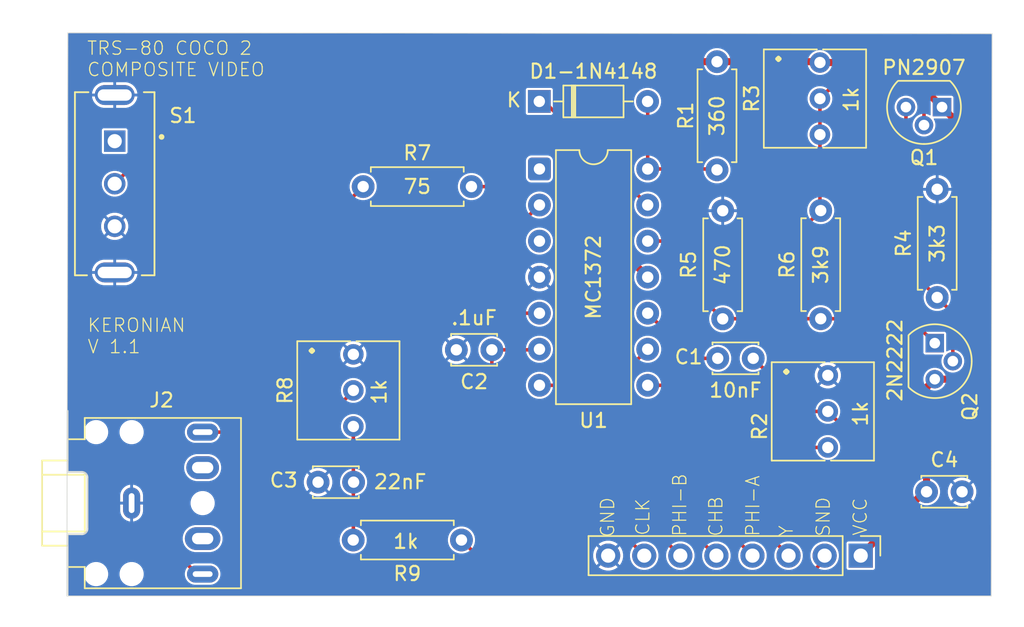
<source format=kicad_pcb>
(kicad_pcb (version 20241229) (generator "pcbnew") (generator_version "9.0")
  (layers (0 "F.Cu" signal) (2 "B.Cu" signal) (13 "F.Paste" user) (15 "B.Paste" user) (5 "F.SilkS" user "F.Silkscreen") (7 "B.SilkS" user "B.Silkscreen") (1 "F.Mask" user) (3 "B.Mask" user) (25 "Edge.Cuts" user))
  (net 0 "")
  (net 1 "VCC")
  (net 2 "GND")
  (net 3 "Net-(C1-Pad2)")
  (net 4 "Net-(U1-CHROM_MOD_OUT)")
  (net 5 "/CHB")
  (net 6 "Net-(C3-Pad1)")
  (net 7 "/Y")
  (net 8 "/PHI-B")
  (net 9 "/SND")
  (net 10 "Net-(Q2-B)")
  (net 11 "Net-(Q2-E)")
  (net 12 "Net-(U1-RF_OUT)")
  (net 13 "/CLK")
  (net 16 "Net-(U1-CHROM_IN)")
  (net 17 "/PHI-A")
  (net 18 "/COMP_OUT")
  (net 19 "/SND_OUT")
  (net 20 "Net-(D1-1N4001-K)")
  (net 21 "Net-(D1-1N4001-A)")
  (footprint "Package_DIP:DIP-14_W7.62mm" (layer "F.Cu") (at 149.2 94.76)
    (property "Reference" "U1" (at 3.805 17.72 0) (layer "F.SilkS"))
    (property "Value" "MC1372" (at 3.805 7.62 90) (layer "F.SilkS"))
    (fp_line (start 1.16 -1.33) (end 1.16 16.57) (stroke (width 0.12)) (layer "F.SilkS"))
    (fp_line (start 1.16 16.57) (end 6.46 16.57) (stroke (width 0.12)) (layer "F.SilkS"))
    (fp_line (start 2.81 -1.33) (end 1.16 -1.33) (stroke (width 0.12)) (layer "F.SilkS"))
    (fp_line (start 6.46 -1.33) (end 4.81 -1.33) (stroke (width 0.12)) (layer "F.SilkS"))
    (fp_line (start 6.46 16.57) (end 6.46 -1.33) (stroke (width 0.12)) (layer "F.SilkS"))
    (fp_arc (start 4.81 -1.33) (mid 3.81 -0.33) (end 2.81 -1.33) (stroke (width 0.12)) (layer "F.SilkS"))
    (pad "1" thru_hole roundrect (at 0 0) (size 1.6 1.6) (drill 0.8) (layers "*.Cu" "*.Mask") (roundrect_rratio 0.15625))
    (pad "2" thru_hole circle (at 0 2.54) (size 1.6 1.6) (drill 0.8) (layers "*.Cu" "*.Mask") (net 13 "/CLK"))
    (pad "3" thru_hole circle (at 0 5.08) (size 1.6 1.6) (drill 0.8) (layers "*.Cu" "*.Mask"))
    (pad "4" thru_hole circle (at 0 7.62) (size 1.6 1.6) (drill 0.8) (layers "*.Cu" "*.Mask") (net 2 "GND"))
    (pad "5" thru_hole circle (at 0 10.16) (size 1.6 1.6) (drill 0.8) (layers "*.Cu" "*.Mask") (net 8 "/PHI-B"))
    (pad "6" thru_hole circle (at 0 12.7) (size 1.6 1.6) (drill 0.8) (layers "*.Cu" "*.Mask") (net 5 "/CHB"))
    (pad "7" thru_hole circle (at 0 15.24) (size 1.6 1.6) (drill 0.8) (layers "*.Cu" "*.Mask") (net 17 "/PHI-A"))
    (pad "8" thru_hole circle (at 7.62 15.24) (size 1.6 1.6) (drill 0.8) (layers "*.Cu" "*.Mask") (net 4 "Net-(U1-CHROM_MOD_OUT)"))
    (pad "9" thru_hole circle (at 7.62 12.7) (size 1.6 1.6) (drill 0.8) (layers "*.Cu" "*.Mask") (net 7 "/Y"))
    (pad "10" thru_hole circle (at 7.62 10.16) (size 1.6 1.6) (drill 0.8) (layers "*.Cu" "*.Mask") (net 16 "Net-(U1-CHROM_IN)"))
    (pad "11" thru_hole circle (at 7.62 7.62) (size 1.6 1.6) (drill 0.8) (layers "*.Cu" "*.Mask") (net 1 "VCC"))
    (pad "12" thru_hole circle (at 7.62 5.08) (size 1.6 1.6) (drill 0.8) (layers "*.Cu" "*.Mask") (net 12 "Net-(U1-RF_OUT)"))
    (pad "13" thru_hole circle (at 7.62 2.54) (size 1.6 1.6) (drill 0.8) (layers "*.Cu" "*.Mask") (net 20 "Net-(D1-1N4001-K)"))
    (pad "14" thru_hole circle (at 7.62 0) (size 1.6 1.6) (drill 0.8) (layers "*.Cu" "*.Mask") (net 21 "Net-(D1-1N4001-A)"))
  )
  (footprint "Modified:Potentiometer_Bourns_3266Y_Vertical" (layer "F.Cu") (at 169.5 109.3 90)
    (property "Reference" "R2" (at -3.6 -4.8 90) (layer "F.SilkS"))
    (property "Value" "1k" (at -2.7 2.3 90) (layer "F.SilkS"))
    (fp_line (start 0.925 -3.95) (end 0.925 -0.217) (stroke (width 0.12)) (layer "F.SilkS"))
    (fp_line (start -6.005 -3.95) (end 0.925 -3.95) (stroke (width 0.12)) (layer "F.SilkS"))
    (fp_line (start -6.005 -3.95) (end -6.005 -0.217) (stroke (width 0.12)) (layer "F.SilkS"))
    (fp_line (start 0.925 0.217) (end 0.925 3.25) (stroke (width 0.12)) (layer "F.SilkS"))
    (fp_line (start -6.005 0.217) (end -6.005 3.25) (stroke (width 0.12)) (layer "F.SilkS"))
    (fp_line (start -6.005 3.25) (end 0.925 3.25) (stroke (width 0.12)) (layer "F.SilkS"))
    (fp_text user "." (at -0.384283 -2.567424 90) (layer "F.SilkS") (effects (font (size 2 2) (thickness 0.25)) (justify left bottom)))
    (pad "1" thru_hole circle (at 0 0 90) (size 1.44 1.44) (drill 0.8) (layers "*.Cu" "*.Mask") (net 2 "GND"))
    (pad "2" thru_hole circle (at -2.54 0 90) (size 1.44 1.44) (drill 0.8) (layers "*.Cu" "*.Mask") (net 3 "Net-(C1-Pad2)"))
    (pad "3" thru_hole circle (at -5.08 0 90) (size 1.44 1.44) (drill 0.8) (layers "*.Cu" "*.Mask") (net 4 "Net-(U1-CHROM_MOD_OUT)"))
  )
  (footprint "Resistor_THT:R_Axial_DIN0207_L6.3mm_D2.5mm_P7.62mm_Horizontal" (layer "F.Cu") (at 143.71 120.9 180)
    (property "Reference" "R9" (at 3.81 -2.37 0) (layer "F.SilkS"))
    (property "Value" "1k" (at 3.91 -0.1 0) (layer "F.SilkS"))
    (fp_line (start 7.08 1.37) (end 7.08 1.04) (stroke (width 0.12)) (layer "F.SilkS"))
    (fp_line (start 7.08 -1.37) (end 7.08 -1.04) (stroke (width 0.12)) (layer "F.SilkS"))
    (fp_line (start 0.54 1.37) (end 7.08 1.37) (stroke (width 0.12)) (layer "F.SilkS"))
    (fp_line (start 0.54 1.04) (end 0.54 1.37) (stroke (width 0.12)) (layer "F.SilkS"))
    (fp_line (start 0.54 -1.04) (end 0.54 -1.37) (stroke (width 0.12)) (layer "F.SilkS"))
    (fp_line (start 0.54 -1.37) (end 7.08 -1.37) (stroke (width 0.12)) (layer "F.SilkS"))
    (pad "1" thru_hole circle (at 0 0 180) (size 1.6 1.6) (drill 0.8) (layers "*.Cu" "*.Mask") (net 9 "/SND"))
    (pad "2" thru_hole oval (at 7.62 0 180) (size 1.6 1.6) (drill 0.8) (layers "*.Cu" "*.Mask") (net 6 "Net-(C3-Pad1)"))
  )
  (footprint "Capacitor_THT:C_Disc_D3.0mm_W2.0mm_P2.50mm" (layer "F.Cu") (at 136.116378 116.825004 180)
    (property "Reference" "C3" (at 4.916378 0.136517 0) (layer "F.SilkS"))
    (property "Value" "22nF" (at -3.283622 0.025004 0) (layer "F.SilkS"))
    (fp_line (start 2.87 0.972) (end 2.87 1.12) (stroke (width 0.12)) (layer "F.SilkS"))
    (fp_line (start 2.87 -1.12) (end 2.87 -0.972) (stroke (width 0.12)) (layer "F.SilkS"))
    (fp_line (start -0.37 1.12) (end 2.87 1.12) (stroke (width 0.12)) (layer "F.SilkS"))
    (fp_line (start -0.37 0.972) (end -0.37 1.12) (stroke (width 0.12)) (layer "F.SilkS"))
    (fp_line (start -0.37 -1.12) (end 2.87 -1.12) (stroke (width 0.12)) (layer "F.SilkS"))
    (fp_line (start -0.37 -1.12) (end -0.37 -0.972) (stroke (width 0.12)) (layer "F.SilkS"))
    (pad "1" thru_hole circle (at 0 0 180) (size 1.6 1.6) (drill 0.8) (layers "*.Cu" "*.Mask") (net 6 "Net-(C3-Pad1)"))
    (pad "2" thru_hole circle (at 2.5 0 180) (size 1.6 1.6) (drill 0.8) (layers "*.Cu" "*.Mask") (net 2 "GND"))
  )
  (footprint "Package_TO_SOT_THT:TO-92" (layer "F.Cu") (at 177.54 90.4 180)
    (property "Reference" "Q1" (at 1.27 -3.56 0) (layer "F.SilkS"))
    (property "Value" "PN2907" (at 1.27 2.79 0) (layer "F.SilkS"))
    (fp_line (start -0.53 1.85) (end 3.07 1.85) (stroke (width 0.12)) (layer "F.SilkS"))
    (fp_arc (start 1.27 -2.6) (mid 3.672087 -0.994977) (end 3.108478 1.838478) (stroke (width 0.12)) (layer "F.SilkS"))
    (fp_arc (start -0.568478 1.838478) (mid -1.132087 -0.994977) (end 1.27 -2.6) (stroke (width 0.12)) (layer "F.SilkS"))
    (pad "1" thru_hole rect (at 0 0 180) (size 1.3 1.3) (drill 0.75) (layers "*.Cu" "*.Mask") (net 1 "VCC"))
    (pad "2" thru_hole circle (at 1.27 -1.27 180) (size 1.3 1.3) (drill 0.75) (layers "*.Cu" "*.Mask") (net 12 "Net-(U1-RF_OUT)"))
    (pad "3" thru_hole circle (at 2.54 0 180) (size 1.3 1.3) (drill 0.75) (layers "*.Cu" "*.Mask") (net 10 "Net-(Q2-B)"))
  )
  (footprint "Resistor_THT:R_Axial_DIN0207_L6.3mm_D2.5mm_P7.62mm_Horizontal" (layer "F.Cu") (at 136.79 96)
    (property "Reference" "R7" (at 3.81 -2.37 0) (layer "F.SilkS"))
    (property "Value" "75" (at 3.81 0 0) (layer "F.SilkS"))
    (fp_line (start 0.54 -1.37) (end 7.08 -1.37) (stroke (width 0.12)) (layer "F.SilkS"))
    (fp_line (start 0.54 -1.04) (end 0.54 -1.37) (stroke (width 0.12)) (layer "F.SilkS"))
    (fp_line (start 0.54 1.04) (end 0.54 1.37) (stroke (width 0.12)) (layer "F.SilkS"))
    (fp_line (start 0.54 1.37) (end 7.08 1.37) (stroke (width 0.12)) (layer "F.SilkS"))
    (fp_line (start 7.08 -1.37) (end 7.08 -1.04) (stroke (width 0.12)) (layer "F.SilkS"))
    (fp_line (start 7.08 1.37) (end 7.08 1.04) (stroke (width 0.12)) (layer "F.SilkS"))
    (pad "1" thru_hole circle (at 0 0) (size 1.6 1.6) (drill 0.8) (layers "*.Cu" "*.Mask") (net 18 "/COMP_OUT"))
    (pad "2" thru_hole oval (at 7.62 0) (size 1.6 1.6) (drill 0.8) (layers "*.Cu" "*.Mask") (net 11 "Net-(Q2-E)"))
  )
  (footprint "Modified:Potentiometer_Bourns_3266Y_Vertical" (layer "F.Cu") (at 136.1 107.82 90)
    (property "Reference" "R8" (at -2.54 -4.80351 90) (layer "F.SilkS"))
    (property "Value" "1k" (at -2.64 1.817211 90) (layer "F.SilkS"))
    (fp_line (start 0.925 -3.95) (end 0.925 -0.217) (stroke (width 0.12)) (layer "F.SilkS"))
    (fp_line (start -6.005 -3.95) (end 0.925 -3.95) (stroke (width 0.12)) (layer "F.SilkS"))
    (fp_line (start -6.005 -3.95) (end -6.005 -0.217) (stroke (width 0.12)) (layer "F.SilkS"))
    (fp_line (start 0.925 0.217) (end 0.925 3.25) (stroke (width 0.12)) (layer "F.SilkS"))
    (fp_line (start -6.005 0.217) (end -6.005 3.25) (stroke (width 0.12)) (layer "F.SilkS"))
    (fp_line (start -6.005 3.25) (end 0.925 3.25) (stroke (width 0.12)) (layer "F.SilkS"))
    (fp_text user "." (at -0.384283 -2.567424 90) (layer "F.SilkS") (effects (font (size 2 2) (thickness 0.25)) (justify left bottom)))
    (pad "1" thru_hole circle (at 0 0 90) (size 1.44 1.44) (drill 0.8) (layers "*.Cu" "*.Mask") (net 2 "GND"))
    (pad "2" thru_hole circle (at -2.54 0 90) (size 1.44 1.44) (drill 0.8) (layers "*.Cu" "*.Mask") (net 19 "/SND_OUT"))
    (pad "3" thru_hole circle (at -5.08 0 90) (size 1.44 1.44) (drill 0.8) (layers "*.Cu" "*.Mask") (net 6 "Net-(C3-Pad1)"))
  )
  (footprint "Resistor_THT:R_Axial_DIN0207_L6.3mm_D2.5mm_P7.62mm_Horizontal" (layer "F.Cu") (at 162.1 105.32 90)
    (property "Reference" "R5" (at 3.81 -2.4 90) (layer "F.SilkS"))
    (property "Value" "470" (at 3.81 0 90) (layer "F.SilkS"))
    (fp_line (start 7.08 -1.37) (end 7.08 -1.04) (stroke (width 0.12)) (layer "F.SilkS"))
    (fp_line (start 0.54 -1.37) (end 7.08 -1.37) (stroke (width 0.12)) (layer "F.SilkS"))
    (fp_line (start 0.54 -1.04) (end 0.54 -1.37) (stroke (width 0.12)) (layer "F.SilkS"))
    (fp_line (start 0.54 1.04) (end 0.54 1.37) (stroke (width 0.12)) (layer "F.SilkS"))
    (fp_line (start 7.08 1.37) (end 7.08 1.04) (stroke (width 0.12)) (layer "F.SilkS"))
    (fp_line (start 0.54 1.37) (end 7.08 1.37) (stroke (width 0.12)) (layer "F.SilkS"))
    (pad "1" thru_hole circle (at 0 0 90) (size 1.6 1.6) (drill 0.8) (layers "*.Cu" "*.Mask") (net 11 "Net-(Q2-E)"))
    (pad "2" thru_hole oval (at 7.62 0 90) (size 1.6 1.6) (drill 0.8) (layers "*.Cu" "*.Mask") (net 2 "GND"))
  )
  (footprint "Capacitor_THT:C_Disc_D3.0mm_W2.0mm_P2.50mm" (layer "F.Cu") (at 145.85 107.5 180)
    (property "Reference" "C2" (at 1.25 -2.25 0) (layer "F.SilkS"))
    (property "Value" ".1uF" (at 1.25 2.25 0) (layer "F.SilkS"))
    (fp_line (start 2.87 0.972) (end 2.87 1.12) (stroke (width 0.12)) (layer "F.SilkS"))
    (fp_line (start 2.87 -1.12) (end 2.87 -0.972) (stroke (width 0.12)) (layer "F.SilkS"))
    (fp_line (start -0.37 1.12) (end 2.87 1.12) (stroke (width 0.12)) (layer "F.SilkS"))
    (fp_line (start -0.37 0.972) (end -0.37 1.12) (stroke (width 0.12)) (layer "F.SilkS"))
    (fp_line (start -0.37 -1.12) (end 2.87 -1.12) (stroke (width 0.12)) (layer "F.SilkS"))
    (fp_line (start -0.37 -1.12) (end -0.37 -0.972) (stroke (width 0.12)) (layer "F.SilkS"))
    (pad "1" thru_hole circle (at 0 0 180) (size 1.6 1.6) (drill 0.8) (layers "*.Cu" "*.Mask") (net 5 "/CHB"))
    (pad "2" thru_hole circle (at 2.5 0 180) (size 1.6 1.6) (drill 0.8) (layers "*.Cu" "*.Mask") (net 2 "GND"))
  )
  (footprint "Diode_THT:D_DO-35_SOD27_P7.62mm_Horizontal" (layer "F.Cu") (at 149.19 90)
    (property "Reference" "D1-1N4148" (at 3.81 -2.12 0) (layer "F.SilkS"))
    (property "Value" "1N4148")
    (fp_line (start 1.04 0) (end 1.69 0) (stroke (width 0.12)) (layer "F.SilkS"))
    (fp_line (start 1.69 -1.12) (end 1.69 1.12) (stroke (width 0.12)) (layer "F.SilkS"))
    (fp_line (start 1.69 1.12) (end 5.93 1.12) (stroke (width 0.12)) (layer "F.SilkS"))
    (fp_line (start 2.29 -1.12) (end 2.29 1.12) (stroke (width 0.12)) (layer "F.SilkS"))
    (fp_line (start 2.41 -1.12) (end 2.41 1.12) (stroke (width 0.12)) (layer "F.SilkS"))
    (fp_line (start 2.53 -1.12) (end 2.53 1.12) (stroke (width 0.12)) (layer "F.SilkS"))
    (fp_line (start 5.93 -1.12) (end 1.69 -1.12) (stroke (width 0.12)) (layer "F.SilkS"))
    (fp_line (start 5.93 1.12) (end 5.93 -1.12) (stroke (width 0.12)) (layer "F.SilkS"))
    (fp_line (start 6.58 0) (end 5.93 0) (stroke (width 0.12)) (layer "F.SilkS"))
    (fp_text user "K" (at -1.79 -0.1 0) (layer "F.SilkS"))
    (pad "1" thru_hole rect (at 0 0) (size 1.6 1.6) (drill 0.8) (layers "*.Cu" "*.Mask") (net 20 "Net-(D1-1N4001-K)"))
    (pad "2" thru_hole oval (at 7.62 0) (size 1.6 1.6) (drill 0.8) (layers "*.Cu" "*.Mask") (net 21 "Net-(D1-1N4001-A)"))
  )
  (footprint "Capacitor_THT:C_Disc_D3.0mm_W2.0mm_P2.50mm" (layer "F.Cu") (at 161.75 108.1)
    (property "Reference" "C1" (at -2.05 -0.1 0) (layer "F.SilkS"))
    (property "Value" "10nF" (at 1.25 2.25 0) (layer "F.SilkS"))
    (fp_line (start -0.37 -1.12) (end -0.37 -0.972) (stroke (width 0.12)) (layer "F.SilkS"))
    (fp_line (start -0.37 -1.12) (end 2.87 -1.12) (stroke (width 0.12)) (layer "F.SilkS"))
    (fp_line (start -0.37 0.972) (end -0.37 1.12) (stroke (width 0.12)) (layer "F.SilkS"))
    (fp_line (start -0.37 1.12) (end 2.87 1.12) (stroke (width 0.12)) (layer "F.SilkS"))
    (fp_line (start 2.87 -1.12) (end 2.87 -0.972) (stroke (width 0.12)) (layer "F.SilkS"))
    (fp_line (start 2.87 0.972) (end 2.87 1.12) (stroke (width 0.12)) (layer "F.SilkS"))
    (pad "1" thru_hole circle (at 0 0) (size 1.6 1.6) (drill 0.8) (layers "*.Cu" "*.Mask") (net 16 "Net-(U1-CHROM_IN)"))
    (pad "2" thru_hole circle (at 2.5 0) (size 1.6 1.6) (drill 0.8) (layers "*.Cu" "*.Mask") (net 3 "Net-(C1-Pad2)"))
  )
  (footprint "Resistor_THT:R_Axial_DIN0207_L6.3mm_D2.5mm_P7.62mm_Horizontal" (layer "F.Cu") (at 161.7 87.2 -90)
    (property "Reference" "R1" (at 3.81 2.2 90) (layer "F.SilkS"))
    (property "Value" "360" (at 3.81 0 90) (layer "F.SilkS"))
    (fp_line (start 0.54 1.37) (end 7.08 1.37) (stroke (width 0.12)) (layer "F.SilkS"))
    (fp_line (start 7.08 1.37) (end 7.08 1.04) (stroke (width 0.12)) (layer "F.SilkS"))
    (fp_line (start 0.54 1.04) (end 0.54 1.37) (stroke (width 0.12)) (layer "F.SilkS"))
    (fp_line (start 0.54 -1.04) (end 0.54 -1.37) (stroke (width 0.12)) (layer "F.SilkS"))
    (fp_line (start 0.54 -1.37) (end 7.08 -1.37) (stroke (width 0.12)) (layer "F.SilkS"))
    (fp_line (start 7.08 -1.37) (end 7.08 -1.04) (stroke (width 0.12)) (layer "F.SilkS"))
    (pad "1" thru_hole circle (at 0 0 270) (size 1.6 1.6) (drill 0.8) (layers "*.Cu" "*.Mask") (net 1 "VCC"))
    (pad "2" thru_hole oval (at 7.62 0 270) (size 1.6 1.6) (drill 0.8) (layers "*.Cu" "*.Mask") (net 21 "Net-(D1-1N4001-A)"))
  )
  (footprint "Connector_Audio:Jack_3.5mm_CUI_SJ1-3525N_Horizontal" (layer "F.Cu") (at 120.490236 118.3 -90)
    (property "Reference" "J2" (at -7.256239 -2.109764 0) (layer "F.SilkS"))
    (property "Value" "AUDIO_JACK_3.5MM_KIT")
    (fp_line (start -3 6.3) (end -3 4.5) (stroke (width 0.12)) (layer "F.SilkS"))
    (fp_line (start 2 6.3) (end 2 3.3) (stroke (width 0.12)) (layer "F.SilkS"))
    (fp_line (start 3 6.3) (end -3 6.3) (stroke (width 0.12)) (layer "F.SilkS"))
    (fp_line (start -4.5 4.5) (end -4.5 3.3) (stroke (width 0.12)) (layer "F.SilkS"))
    (fp_line (start -3 4.5) (end -4.5 4.5) (stroke (width 0.12)) (layer "F.SilkS"))
    (fp_line (start 3 4.5) (end 3 6.3) (stroke (width 0.12)) (layer "F.SilkS"))
    (fp_line (start 4.5 4.5) (end 3 4.5) (stroke (width 0.12)) (layer "F.SilkS"))
    (fp_line (start -6 3.3) (end -6 -7.7) (stroke (width 0.12)) (layer "F.SilkS"))
    (fp_line (start -4.5 3.3) (end -6 3.3) (stroke (width 0.12)) (layer "F.SilkS"))
    (fp_line (start -2 3.3) (end -2 6.3) (stroke (width 0.12)) (layer "F.SilkS"))
    (fp_line (start 2 3.3) (end -2 3.3) (stroke (width 0.12)) (layer "F.SilkS"))
    (fp_line (start 4.5 3.3) (end 4.5 4.5) (stroke (width 0.12)) (layer "F.SilkS"))
    (fp_line (start 6 3.3) (end 4.5 3.3) (stroke (width 0.12)) (layer "F.SilkS"))
    (fp_line (start -6 -7.7) (end 6 -7.7) (stroke (width 0.12)) (layer "F.SilkS"))
    (fp_line (start 6 -7.7) (end 6 3.3) (stroke (width 0.12)) (layer "F.SilkS"))
    (fp_line (start -2.2 4.5) (end -6.5 4.5) (stroke (width 0.12)) (layer "Edge.Cuts"))
    (fp_line (start 2.2 4.5) (end 6.5 4.5) (stroke (width 0.12)) (layer "Edge.Cuts"))
    (fp_line (start -2.2 3.5) (end -2.2 4.5) (stroke (width 0.12)) (layer "Edge.Cuts"))
    (fp_line (start 2.2 3.5) (end 2.2 4.5) (stroke (width 0.12)) (layer "Edge.Cuts"))
    (fp_line (start 1.8 3.1) (end -1.8 3.1) (stroke (width 0.12)) (layer "Edge.Cuts"))
    (fp_arc (start -2.2 3.5) (mid -2.082842 3.217158) (end -1.8 3.1) (stroke (width 0.12)) (layer "Edge.Cuts"))
    (fp_arc (start 1.8 3.1) (mid 2.082843 3.217157) (end 2.2 3.5) (stroke (width 0.12)) (layer "Edge.Cuts"))
    (pad "" np_thru_hole circle (at -5 0 270) (size 1.2 1.2) (drill 1.2) (layers "*.Cu" "*.Mask"))
    (pad "" np_thru_hole circle (at -5 2.5 270) (size 1.2 1.2) (drill 1.2) (layers "*.Cu" "*.Mask"))
    (pad "" np_thru_hole circle (at 0 -5 270) (size 1.2 1.2) (drill 1.2) (layers "*.Cu" "*.Mask"))
    (pad "" np_thru_hole circle (at 5 0 270) (size 1.2 1.2) (drill 1.2) (layers "*.Cu" "*.Mask"))
    (pad "" np_thru_hole circle (at 5 2.5 270) (size 1.2 1.2) (drill 1.2) (layers "*.Cu" "*.Mask"))
    (pad "R" thru_hole oval (at -5 -5 270) (size 1.2 2.2) (drill oval 0.4 1.4) (layers "*.Cu" "*.Mask") (net 19 "/SND_OUT"))
    (pad "RN" thru_hole oval (at -2.5 -5 270) (size 1.6 2.3) (drill oval 0.8 1.5) (layers "*.Cu" "*.Mask"))
    (pad "S" thru_hole oval (at 0 0 270) (size 2.2 1.2) (drill oval 1.4 0.4) (layers "*.Cu" "*.Mask") (net 2 "GND"))
    (pad "T" thru_hole oval (at 5 -5 90) (size 1.2 2.2) (drill oval 0.4 1.4) (layers "*.Cu" "*.Mask") (net 18 "/COMP_OUT"))
    (pad "TN" thru_hole oval (at 2.5 -5 90) (size 1.6 2.5) (drill oval 0.8 1.5) (layers "*.Cu" "*.Mask"))
  )
  (footprint "Capacitor_THT:C_Disc_D3.0mm_W2.0mm_P2.50mm" (layer "F.Cu") (at 176.45 117.5)
    (property "Reference" "C4" (at 1.25 -2.25 0) (layer "F.SilkS"))
    (property "Value" "1uF")
    (fp_line (start -0.37 -1.12) (end -0.37 -0.972) (stroke (width 0.12)) (layer "F.SilkS"))
    (fp_line (start -0.37 -1.12) (end 2.87 -1.12) (stroke (width 0.12)) (layer "F.SilkS"))
    (fp_line (start -0.37 0.972) (end -0.37 1.12) (stroke (width 0.12)) (layer "F.SilkS"))
    (fp_line (start -0.37 1.12) (end 2.87 1.12) (stroke (width 0.12)) (layer "F.SilkS"))
    (fp_line (start 2.87 -1.12) (end 2.87 -0.972) (stroke (width 0.12)) (layer "F.SilkS"))
    (fp_line (start 2.87 0.972) (end 2.87 1.12) (stroke (width 0.12)) (layer "F.SilkS"))
    (pad "1" thru_hole circle (at 0 0) (size 1.6 1.6) (drill 0.8) (layers "*.Cu" "*.Mask") (net 1 "VCC"))
    (pad "2" thru_hole circle (at 2.5 0) (size 1.6 1.6) (drill 0.8) (layers "*.Cu" "*.Mask") (net 2 "GND"))
  )
  (footprint "Package_TO_SOT_THT:TO-92" (layer "F.Cu") (at 177.03 107.03 -90)
    (property "Reference" "Q2" (at 4.47 -2.47 90) (layer "F.SilkS"))
    (property "Value" "2N2222" (at 1.2 2.8 90) (layer "F.SilkS"))
    (fp_line (start -0.53 1.85) (end 3.07 1.85) (stroke (width 0.12)) (layer "F.SilkS"))
    (fp_arc (start -0.568478 1.838478) (mid -1.132087 -0.994977) (end 1.27 -2.6) (stroke (width 0.12)) (layer "F.SilkS"))
    (fp_arc (start 1.27 -2.6) (mid 3.672087 -0.994977) (end 3.108478 1.838478) (stroke (width 0.12)) (layer "F.SilkS"))
    (pad "1" thru_hole rect (at 0 0 270) (size 1.3 1.3) (drill 0.75) (layers "*.Cu" "*.Mask") (net 11 "Net-(Q2-E)"))
    (pad "2" thru_hole circle (at 1.27 -1.27 270) (size 1.3 1.3) (drill 0.75) (layers "*.Cu" "*.Mask") (net 10 "Net-(Q2-B)"))
    (pad "3" thru_hole circle (at 2.54 0 270) (size 1.3 1.3) (drill 0.75) (layers "*.Cu" "*.Mask") (net 1 "VCC"))
  )
  (footprint "Resistor_THT:R_Axial_DIN0207_L6.3mm_D2.5mm_P7.62mm_Horizontal" (layer "F.Cu") (at 169 105.31 90)
    (property "Reference" "R6" (at 3.81 -2.37 90) (layer "F.SilkS"))
    (property "Value" "3k9" (at 3.81 0 90) (layer "F.SilkS"))
    (fp_line (start 7.08 -1.37) (end 7.08 -1.04) (stroke (width 0.12)) (layer "F.SilkS"))
    (fp_line (start 0.54 -1.37) (end 7.08 -1.37) (stroke (width 0.12)) (layer "F.SilkS"))
    (fp_line (start 0.54 -1.04) (end 0.54 -1.37) (stroke (width 0.12)) (layer "F.SilkS"))
    (fp_line (start 0.54 1.04) (end 0.54 1.37) (stroke (width 0.12)) (layer "F.SilkS"))
    (fp_line (start 7.08 1.37) (end 7.08 1.04) (stroke (width 0.12)) (layer "F.SilkS"))
    (fp_line (start 0.54 1.37) (end 7.08 1.37) (stroke (width 0.12)) (layer "F.SilkS"))
    (pad "1" thru_hole circle (at 0 0 90) (size 1.6 1.6) (drill 0.8) (layers "*.Cu" "*.Mask") (net 11 "Net-(Q2-E)"))
    (pad "2" thru_hole oval (at 7.62 0 90) (size 1.6 1.6) (drill 0.8) (layers "*.Cu" "*.Mask") (net 12 "Net-(U1-RF_OUT)"))
  )
  (footprint "Connector_PinHeader_2.54mm:PinHeader_1x08_P2.54mm_Vertical" (layer "F.Cu") (at 171.816065 122 -90)
    (property "Reference" "J1")
    (property "Value" "TO_COCO2")
    (fp_line (start -1.38 19.16) (end 1.38 19.16) (stroke (width 0.12)) (layer "F.SilkS"))
    (fp_line (start -1.38 1.27) (end -1.38 19.16) (stroke (width 0.12)) (layer "F.SilkS"))
    (fp_line (start -1.38 1.27) (end 1.38 1.27) (stroke (width 0.12)) (layer "F.SilkS"))
    (fp_line (start 1.38 1.27) (end 1.38 19.16) (stroke (width 0.12)) (layer "F.SilkS"))
    (fp_line (start -1.38 0) (end -1.38 -1.38) (stroke (width 0.12)) (layer "F.SilkS"))
    (fp_line (start -1.38 -1.38) (end 0 -1.38) (stroke (width 0.12)) (layer "F.SilkS"))
    (pad "1" thru_hole rect (at 0 0 270) (size 1.7 1.7) (drill 1) (layers "*.Cu" "*.Mask") (net 1 "VCC"))
    (pad "2" thru_hole circle (at 0 2.54 270) (size 1.7 1.7) (drill 1) (layers "*.Cu" "*.Mask") (net 9 "/SND"))
    (pad "3" thru_hole circle (at 0 5.08 270) (size 1.7 1.7) (drill 1) (layers "*.Cu" "*.Mask") (net 7 "/Y"))
    (pad "4" thru_hole circle (at 0 7.62 270) (size 1.7 1.7) (drill 1) (layers "*.Cu" "*.Mask") (net 17 "/PHI-A"))
    (pad "5" thru_hole circle (at 0 10.16 270) (size 1.7 1.7) (drill 1) (layers "*.Cu" "*.Mask") (net 5 "/CHB"))
    (pad "6" thru_hole circle (at 0 12.7 270) (size 1.7 1.7) (drill 1) (layers "*.Cu" "*.Mask") (net 8 "/PHI-B"))
    (pad "7" thru_hole circle (at 0 15.24 270) (size 1.7 1.7) (drill 1) (layers "*.Cu" "*.Mask") (net 13 "/CLK"))
    (pad "8" thru_hole circle (at 0 17.78 270) (size 1.7 1.7) (drill 1) (layers "*.Cu" "*.Mask") (net 2 "GND"))
  )
  (footprint "Imported:SW_SLW-1298856-5A-RA-N-D" (layer "F.Cu") (at 119.3 95.8 -90)
    (property "Reference" "S1" (at -4.8 -4.8 0) (layer "F.SilkS"))
    (property "Value" "SW_SLW-1298856-5A-RA-N-D")
    (fp_line (start -6.45 2.8) (end 6.45 2.8) (stroke (width 0.127)) (layer "F.SilkS"))
    (fp_line (start 6.45 2.8) (end 6.45 1.95) (stroke (width 0.127)) (layer "F.SilkS"))
    (fp_line (start -6.45 1.85) (end -6.45 2.8) (stroke (width 0.127)) (layer "F.SilkS"))
    (fp_line (start -6.45 -2.05) (end -6.45 -2.8) (stroke (width 0.127)) (layer "F.SilkS"))
    (fp_line (start -6.45 -2.8) (end 6.45 -2.8) (stroke (width 0.127)) (layer "F.SilkS"))
    (fp_line (start 6.45 -2.8) (end 6.45 -1.9) (stroke (width 0.127)) (layer "F.SilkS"))
    (fp_circle (center -3.3 -3.3) (end -3.2 -3.3) (stroke (width 0.2)) (fill no) (layer "F.SilkS"))
    (pad "1" thru_hole rect (at -3 0 270) (size 1.508 1.508) (drill 1) (layers "*.Cu" "*.Mask"))
    (pad "2" thru_hole circle (at 0 0 270) (size 1.508 1.508) (drill 1) (layers "*.Cu" "*.Mask") (net 3 "Net-(C1-Pad2)"))
    (pad "3" thru_hole circle (at 3 0 270) (size 1.508 1.508) (drill 1) (layers "*.Cu" "*.Mask") (net 2 "GND"))
    (pad "SH1" thru_hole oval (at -6.25 0 270) (size 1.4 2.8) (drill oval 0.8 2.4) (layers "*.Cu" "*.Mask") (net 2 "GND"))
    (pad "SH2" thru_hole oval (at 6.25 0 270) (size 1.4 2.8) (drill oval 0.8 2.4) (layers "*.Cu" "*.Mask") (net 2 "GND"))
  )
  (footprint "Resistor_THT:R_Axial_DIN0207_L6.3mm_D2.5mm_P7.62mm_Horizontal" (layer "F.Cu") (at 177.2 103.81 90)
    (property "Reference" "R4" (at 3.81 -2.37 90) (layer "F.SilkS"))
    (property "Value" "3k3" (at 3.81 0 90) (layer "F.SilkS"))
    (fp_line (start 7.08 -1.37) (end 7.08 -1.04) (stroke (width 0.12)) (layer "F.SilkS"))
    (fp_line (start 0.54 -1.37) (end 7.08 -1.37) (stroke (width 0.12)) (layer "F.SilkS"))
    (fp_line (start 0.54 -1.04) (end 0.54 -1.37) (stroke (width 0.12)) (layer "F.SilkS"))
    (fp_line (start 0.54 1.04) (end 0.54 1.37) (stroke (width 0.12)) (layer "F.SilkS"))
    (fp_line (start 7.08 1.37) (end 7.08 1.04) (stroke (width 0.12)) (layer "F.SilkS"))
    (fp_line (start 0.54 1.37) (end 7.08 1.37) (stroke (width 0.12)) (layer "F.SilkS"))
    (pad "1" thru_hole circle (at 0 0 90) (size 1.6 1.6) (drill 0.8) (layers "*.Cu" "*.Mask") (net 10 "Net-(Q2-B)"))
    (pad "2" thru_hole oval (at 7.62 0 90) (size 1.6 1.6) (drill 0.8) (layers "*.Cu" "*.Mask") (net 2 "GND"))
  )
  (footprint "Modified:Potentiometer_Bourns_3266Y_Vertical" (layer "F.Cu") (at 168.945 87.26 90)
    (property "Reference" "R3" (at -2.54 -4.80351 90) (layer "F.SilkS"))
    (property "Value" "1k" (at -2.6 2.2 90) (layer "F.SilkS"))
    (fp_line (start 0.925 -3.95) (end 0.925 -0.217) (stroke (width 0.12)) (layer "F.SilkS"))
    (fp_line (start -6.005 -3.95) (end 0.925 -3.95) (stroke (width 0.12)) (layer "F.SilkS"))
    (fp_line (start -6.005 -3.95) (end -6.005 -0.217) (stroke (width 0.12)) (layer "F.SilkS"))
    (fp_line (start 0.925 0.217) (end 0.925 3.25) (stroke (width 0.12)) (layer "F.SilkS"))
    (fp_line (start -6.005 0.217) (end -6.005 3.25) (stroke (width 0.12)) (layer "F.SilkS"))
    (fp_line (start -6.005 3.25) (end 0.925 3.25) (stroke (width 0.12)) (layer "F.SilkS"))
    (fp_text user "." (at -0.384283 -2.567424 90) (layer "F.SilkS") (effects (font (size 2 2) (thickness 0.25)) (justify left bottom)))
    (pad "1" thru_hole circle (at 0 0 90) (size 1.44 1.44) (drill 0.8) (layers "*.Cu" "*.Mask") (net 1 "VCC"))
    (pad "2" thru_hole circle (at -2.54 0 90) (size 1.44 1.44) (drill 0.8) (layers "*.Cu" "*.Mask") (net 12 "Net-(U1-RF_OUT)"))
    (pad "3" thru_hole circle (at -5.08 0 90) (size 1.44 1.44) (drill 0.8) (layers "*.Cu" "*.Mask") (net 12 "Net-(U1-RF_OUT)"))
  )
  (gr_line (start 115.9356 124.8411) (end 181.0031 124.8411) (stroke (width 0.05)) (layer "Edge.Cuts"))
  (gr_line (start 181.0666 85.2296) (end 115.9991 85.1661) (stroke (width 0.05)) (layer "Edge.Cuts"))
  (gr_line (start 115.9991 85.1661) (end 115.9356 124.8411) (stroke (width 0.05)) (layer "Edge.Cuts"))
  (gr_line (start 181.0031 124.8411) (end 181.0666 85.2296) (stroke (width 0.05)) (layer "Edge.Cuts"))
  (gr_text "VCC" (at 172.3236 120.6501 90) (layer "F.SilkS") (effects (font (size 0.93472 0.93472) (thickness 0.08128)) (justify left bottom)))
  (gr_text "CLK" (at 157.0201 120.6501 90) (layer "F.SilkS") (effects (font (size 0.93472 0.93472) (thickness 0.08128)) (justify left bottom)))
  (gr_text "SND" (at 169.7201 120.7136 90) (layer "F.SilkS") (effects (font (size 0.93472 0.93472) (thickness 0.08128)) (justify left bottom)))
  (gr_text "KERONIAN\nV 1.1" (at 117.3326 107.8231 0) (layer "F.SilkS") (effects (font (size 0.93472 0.93472) (thickness 0.08128)) (justify left bottom)))
  (gr_text "CHB" (at 162.1636 120.7136 90) (layer "F.SilkS") (effects (font (size 0.93472 0.93472) (thickness 0.08128)) (justify left bottom)))
  (gr_text "Y" (at 167.1166 120.7136 90) (layer "F.SilkS") (effects (font (size 0.93472 0.93472) (thickness 0.08128)) (justify left bottom)))
  (gr_text "TRS-80 COCO 2\nCOMPOSITE VIDEO" (at 117.3 88.3 0) (layer "F.SilkS") (effects (font (size 0.93472 0.93472) (thickness 0.08128)) (justify left bottom)))
  (gr_text "GND" (at 154.5436 120.7771 90) (layer "F.SilkS") (effects (font (size 0.93472 0.93472) (thickness 0.08128)) (justify left bottom)))
  (gr_text "PHI-A" (at 164.7671 120.7136 90) (layer "F.SilkS") (effects (font (size 0.93472 0.93472) (thickness 0.08128)) (justify left bottom)))
  (gr_text "PHI-B" (at 159.6236 120.7136 90) (layer "F.SilkS") (effects (font (size 0.93472 0.93472) (thickness 0.08128)) (justify left bottom)))
  (segment (start 149.1 87.2) (end 161.7 87.2) (width 0.5) (layer "F.Cu") (net 1))
  (segment (start 176.234919 117.565081) (end 176.55 117.565081) (width 0.5) (layer "F.Cu") (net 1))
  (segment (start 177.54 90.4) (end 174.4 87.26) (width 0.5) (layer "F.Cu") (net 1))
  (segment (start 179.33 109.57) (end 180.1 108.8) (width 0.5) (layer "F.Cu") (net 1))
  (segment (start 171.816065 121.983935) (end 176.234919 117.565081) (width 0.5) (layer "F.Cu") (net 1))
  (segment (start 180.1 108.8) (end 180.1 92.96) (width 0.5) (layer "F.Cu") (net 1))
  (segment (start 147.6 88.7) (end 149.1 87.2) (width 0.5) (layer "F.Cu") (net 1))
  (segment (start 177.03 109.57) (end 179.33 109.57) (width 0.5) (layer "F.Cu") (net 1))
  (segment (start 176.45 117.6) (end 176.45 110.15) (width 0.5) (layer "F.Cu") (net 1))
  (segment (start 153.1 98.66) (end 153.1 96.3) (width 0.5) (layer "F.Cu") (net 1))
  (segment (start 174.4 87.26) (end 168.945 87.26) (width 0.5) (layer "F.Cu") (net 1))
  (segment (start 153.1 96.3) (end 147.6 90.8) (width 0.5) (layer "F.Cu") (net 1))
  (segment (start 180.1 92.96) (end 177.54 90.4) (width 0.5) (layer "F.Cu") (net 1))
  (segment (start 156.82 102.38) (end 156.84 102.4) (width 0.25) (layer "F.Cu") (net 1))
  (segment (start 168.945 87.26) (end 168.885 87.2) (width 0.5) (layer "F.Cu") (net 1))
  (segment (start 147.6 90.8) (end 147.6 88.7) (width 0.5) (layer "F.Cu") (net 1))
  (segment (start 168.885 87.2) (end 161.7 87.2) (width 0.5) (layer "F.Cu") (net 1))
  (segment (start 156.82 102.38) (end 153.1 98.66) (width 0.5) (layer "F.Cu") (net 1))
  (segment (start 176.45 110.15) (end 177.03 109.57) (width 0.5) (layer "F.Cu") (net 1))
  (segment (start 139.2 110.2) (end 139.2 94.9) (width 0.25) (layer "F.Cu") (net 3))
  (segment (start 168 122.65) (end 167.25 123.4) (width 0.25) (layer "F.Cu") (net 3))
  (segment (start 169.5 111.84) (end 167.99 111.84) (width 0.25) (layer "F.Cu") (net 3))
  (segment (start 171.3 113.64) (end 171.3 117.151115) (width 0.25) (layer "F.Cu") (net 3))
  (segment (start 169.5 111.84) (end 171.3 113.64) (width 0.25) (layer "F.Cu") (net 3))
  (segment (start 168 120.451115) (end 168 122.65) (width 0.25) (layer "F.Cu") (net 3))
  (segment (start 137.1 92.8) (end 122.3 92.8) (width 0.25) (layer "F.Cu") (net 3))
  (segment (start 167.99 111.84) (end 164.25 108.1) (width 0.25) (layer "F.Cu") (net 3))
  (segment (start 152.4 123.4) (end 139.2 110.2) (width 0.25) (layer "F.Cu") (net 3))
  (segment (start 167.25 123.4) (end 152.4 123.4) (width 0.25) (layer "F.Cu") (net 3))
  (segment (start 122.3 92.8) (end 119.3 95.8) (width 0.25) (layer "F.Cu") (net 3))
  (segment (start 139.2 94.9) (end 137.1 92.8) (width 0.25) (layer "F.Cu") (net 3))
  (segment (start 171.3 117.151115) (end 168 120.451115) (width 0.25) (layer "F.Cu") (net 3))
  (segment (start 164.48 114.38) (end 169.5 114.38) (width 0.25) (layer "F.Cu") (net 4))
  (segment (start 156.82 110) (end 160.1 110) (width 0.25) (layer "F.Cu") (net 4))
  (segment (start 160.1 110) (end 164.48 114.38) (width 0.25) (layer "F.Cu") (net 4))
  (segment (start 161.656065 122.056065) (end 155.021476 115.421476) (width 0.25) (layer "F.Cu") (net 5))
  (segment (start 149.16 107.5) (end 149.2 107.46) (width 0.25) (layer "F.Cu") (net 5))
  (segment (start 152.121476 115.421476) (end 145.85 109.15) (width 0.25) (layer "F.Cu") (net 5))
  (segment (start 145.85 109.15) (end 145.85 107.5) (width 0.25) (layer "F.Cu") (net 5))
  (segment (start 155.021476 115.421476) (end 152.121476 115.421476) (width 0.25) (layer "F.Cu") (net 5))
  (segment (start 145.85 107.5) (end 149.16 107.5) (width 0.25) (layer "F.Cu") (net 5))
  (segment (start 136.1 116.85) (end 136.15 116.8) (width 0.25) (layer "F.Cu") (net 6))
  (segment (start 136.1 116.75) (end 136.1 112.9) (width 0.25) (layer "F.Cu") (net 6))
  (segment (start 136.19 120.9) (end 136.1 120.81) (width 0.25) (layer "F.Cu") (net 6))
  (segment (start 136.1 120.81) (end 136.1 116.85) (width 0.25) (layer "F.Cu") (net 6))
  (segment (start 155.2 110.45) (end 155.2 109.08) (width 0.25) (layer "F.Cu") (net 7))
  (segment (start 166.736065 121.986065) (end 155.2 110.45) (width 0.25) (layer "F.Cu") (net 7))
  (segment (start 155.2 109.08) (end 156.82 107.46) (width 0.25) (layer "F.Cu") (net 7))
  (segment (start 166.736065 122) (end 166.736065 121.986065) (width 0.25) (layer "F.Cu") (net 7))
  (segment (start 144.6 110.9) (end 144.6 106.5) (width 0.25) (layer "F.Cu") (net 8))
  (segment (start 146.18 104.92) (end 149.2 104.92) (width 0.25) (layer "F.Cu") (net 8))
  (segment (start 144.6 106.5) (end 146.18 104.92) (width 0.25) (layer "F.Cu") (net 8))
  (segment (start 150.9 117.2) (end 144.6 110.9) (width 0.25) (layer "F.Cu") (net 8))
  (segment (start 154.3 117.2) (end 150.9 117.2) (width 0.25) (layer "F.Cu") (net 8))
  (segment (start 159.116065 122.016065) (end 154.3 117.2) (width 0.25) (layer "F.Cu") (net 8))
  (segment (start 147.01 124.2) (end 143.71 120.9) (width 0.25) (layer "F.Cu") (net 9))
  (segment (start 169.276065 122.299016) (end 167.375081 124.2) (width 0.25) (layer "F.Cu") (net 9))
  (segment (start 167.375081 124.2) (end 147.01 124.2) (width 0.25) (layer "F.Cu") (net 9))
  (segment (start 177.2 103.81) (end 178.3 104.91) (width 0.25) (layer "F.Cu") (net 10))
  (segment (start 175 90.4) (end 175 101.61) (width 0.25) (layer "F.Cu") (net 10))
  (segment (start 178.3 104.91) (end 178.3 108.3) (width 0.25) (layer "F.Cu") (net 10))
  (segment (start 175 101.61) (end 177.2 103.81) (width 0.25) (layer "F.Cu") (net 10))
  (segment (start 176.93 107.13) (end 176.93 107.03) (width 0.25) (layer "F.Cu") (net 11))
  (segment (start 169 105.31) (end 175.31 105.31) (width 0.25) (layer "F.Cu") (net 11))
  (segment (start 162.1 105.32) (end 160.38 103.6) (width 0.25) (layer "F.Cu") (net 11))
  (segment (start 160.38 103.6) (end 156.2 103.6) (width 0.25) (layer "F.Cu") (net 11))
  (segment (start 162.11 105.31) (end 162.1 105.32) (width 0.25) (layer "F.Cu") (net 11))
  (segment (start 175.31 105.31) (end 177.03 107.03) (width 0.25) (layer "F.Cu") (net 11))
  (segment (start 156.2 103.6) (end 151.1 98.5) (width 0.25) (layer "F.Cu") (net 11))
  (segment (start 151.1 97.1) (end 150 96) (width 0.25) (layer "F.Cu") (net 11))
  (segment (start 150 96) (end 144.41 96) (width 0.25) (layer "F.Cu") (net 11))
  (segment (start 169 105.31) (end 162.11 105.31) (width 0.25) (layer "F.Cu") (net 11))
  (segment (start 151.1 98.5) (end 151.1 97.1) (width 0.25) (layer "F.Cu") (net 11))
  (segment (start 176.27 91.67) (end 176.27 90.17) (width 0.25) (layer "F.Cu") (net 12))
  (segment (start 175.3 89.2) (end 169.545 89.2) (width 0.25) (layer "F.Cu") (net 12))
  (segment (start 168.945 89.8) (end 168.945 97.635) (width 0.25) (layer "F.Cu") (net 12))
  (segment (start 176.27 90.17) (end 175.3 89.2) (width 0.25) (layer "F.Cu") (net 12))
  (segment (start 156.82 99.84) (end 166.85 99.84) (width 0.25) (layer "F.Cu") (net 12))
  (segment (start 166.85 99.84) (end 169 97.69) (width 0.25) (layer "F.Cu") (net 12))
  (segment (start 169.545 89.2) (end 168.945 89.8) (width 0.25) (layer "F.Cu") (net 12))
  (segment (start 168.945 97.635) (end 169 97.69) (width 0.25) (layer "F.Cu") (net 12))
  (segment (start 141.7 104.8) (end 149.2 97.3) (width 0.25) (layer "F.Cu") (net 13))
  (segment (start 141.7 110.6) (end 141.7 104.8) (width 0.25) (layer "F.Cu") (net 13))
  (segment (start 156.576065 121.976065) (end 153.4 118.8) (width 0.25) (layer "F.Cu") (net 13))
  (segment (start 149.9 118.8) (end 141.7 110.6) (width 0.25) (layer "F.Cu") (net 13))
  (segment (start 153.4 118.8) (end 149.9 118.8) (width 0.25) (layer "F.Cu") (net 13))
  (segment (start 161.75 108.1) (end 160 108.1) (width 0.25) (layer "F.Cu") (net 16))
  (segment (start 160 108.1) (end 156.82 104.92) (width 0.25) (layer "F.Cu") (net 16))
  (segment (start 164.196065 121.996065) (end 152.2 110) (width 0.25) (layer "F.Cu") (net 17))
  (segment (start 152.2 110) (end 149.2 110) (width 0.25) (layer "F.Cu") (net 17))
  (segment (start 164.196065 122) (end 164.196065 121.996065) (width 0.25) (layer "F.Cu") (net 17))
  (segment (start 136.79 96) (end 122.5 110.29) (width 0.25) (layer "F.Cu") (net 18))
  (segment (start 122.5 110.29) (end 122.5 120.7) (width 0.25) (layer "F.Cu") (net 18))
  (segment (start 125.1 123.3) (end 125.490236 123.3) (width 0.25) (layer "F.Cu") (net 18))
  (segment (start 122.5 120.7) (end 125.1 123.3) (width 0.25) (layer "F.Cu") (net 18))
  (segment (start 133.2 113.3) (end 125.490236 113.3) (width 0.25) (layer "F.Cu") (net 19))
  (segment (start 136.1 110.4) (end 133.2 113.3) (width 0.25) (layer "F.Cu") (net 19))
  (segment (start 136.1 110.36) (end 136.1 110.4) (width 0.25) (layer "F.Cu") (net 19))
  (segment (start 149.19 90) (end 149.52 90) (width 0.25) (layer "F.Cu") (net 20))
  (segment (start 149.52 90) (end 156.82 97.3) (width 0.25) (layer "F.Cu") (net 20))
  (segment (start 161.64 94.76) (end 161.7 94.82) (width 0.25) (layer "F.Cu") (net 21))
  (segment (start 156.82 90.01) (end 156.81 90) (width 0.25) (layer "F.Cu") (net 21))
  (segment (start 156.82 94.76) (end 156.82 90.01) (width 0.25) (layer "F.Cu") (net 21))
  (segment (start 156.82 94.76) (end 161.64 94.76) (width 0.25) (layer "F.Cu") (net 21))
  (zone (net 2) (net_name "GND") (layer "B.Cu") (priority 6) (connect_pads (clearance 0.000001)) (min_thickness 0.0762) (fill yes (thermal_gap 0.2024) (thermal_bridge_width 0.2024))
    (polygon (pts (xy 183.3218 124.9173) (xy 115.8594 124.9173) (xy 115.8594 82.8549) (xy 183.3218 82.8549)))
  )
)
</source>
